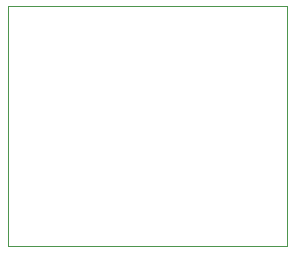
<source format=gm1>
%TF.GenerationSoftware,KiCad,Pcbnew,(6.0.0)*%
%TF.CreationDate,2022-03-13T20:48:30-04:00*%
%TF.ProjectId,dual LED board,6475616c-204c-4454-9420-626f6172642e,rev?*%
%TF.SameCoordinates,Original*%
%TF.FileFunction,Profile,NP*%
%FSLAX46Y46*%
G04 Gerber Fmt 4.6, Leading zero omitted, Abs format (unit mm)*
G04 Created by KiCad (PCBNEW (6.0.0)) date 2022-03-13 20:48:30*
%MOMM*%
%LPD*%
G01*
G04 APERTURE LIST*
%TA.AperFunction,Profile*%
%ADD10C,0.100000*%
%TD*%
G04 APERTURE END LIST*
D10*
X177546000Y-77724000D02*
X177546000Y-57404000D01*
X176530000Y-77724000D02*
X177546000Y-77724000D01*
X153924000Y-57404000D02*
X177038000Y-57404000D01*
X177546000Y-57404000D02*
X177038000Y-57404000D01*
X153924000Y-77724000D02*
X176530000Y-77724000D01*
X153924000Y-57404000D02*
X153924000Y-77724000D01*
M02*

</source>
